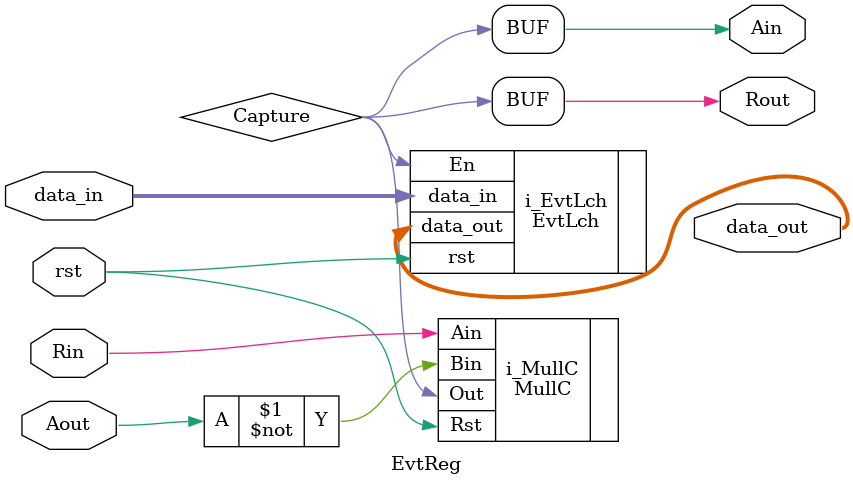
<source format=v>
`timescale 1ns/1ps

module EvtReg #(
    parameter width = 8
    )(
    input rst,
    input [width-1:0] data_in,
    input Rin, 
    input Aout, 

    output [width-1:0] data_out,
    output Ain, 
    output Rout
    );

    wire Capture;

    MullC i_MullC (.Out(Capture), .Ain(Rin), .Bin(~Aout), .Rst(rst));



    EvtLch #(width) i_EvtLch (	
        .data_out(data_out), 
		.data_in(data_in), 
		.En(Capture),
		.rst(rst)
	);    

    assign Rout = Capture;
    assign #1 Ain = Capture;

endmodule

</source>
